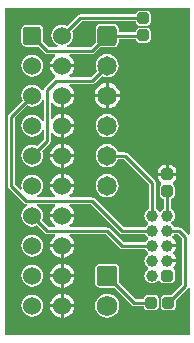
<source format=gbl>
G04 Layer_Physical_Order=2*
G04 Layer_Color=16711680*
%FSLAX25Y25*%
%MOIN*%
G70*
G01*
G75*
%ADD10C,0.01000*%
%ADD11C,0.06800*%
G04:AMPARAMS|DCode=12|XSize=68mil|YSize=68mil|CornerRadius=10.2mil|HoleSize=0mil|Usage=FLASHONLY|Rotation=180.000|XOffset=0mil|YOffset=0mil|HoleType=Round|Shape=RoundedRectangle|*
%AMROUNDEDRECTD12*
21,1,0.06800,0.04760,0,0,180.0*
21,1,0.04760,0.06800,0,0,180.0*
1,1,0.02040,-0.02380,0.02380*
1,1,0.02040,0.02380,0.02380*
1,1,0.02040,0.02380,-0.02380*
1,1,0.02040,-0.02380,-0.02380*
%
%ADD12ROUNDEDRECTD12*%
%ADD13C,0.06000*%
G04:AMPARAMS|DCode=14|XSize=60mil|YSize=60mil|CornerRadius=9mil|HoleSize=0mil|Usage=FLASHONLY|Rotation=270.000|XOffset=0mil|YOffset=0mil|HoleType=Round|Shape=RoundedRectangle|*
%AMROUNDEDRECTD14*
21,1,0.06000,0.04200,0,0,270.0*
21,1,0.04200,0.06000,0,0,270.0*
1,1,0.01800,-0.02100,-0.02100*
1,1,0.01800,-0.02100,0.02100*
1,1,0.01800,0.02100,0.02100*
1,1,0.01800,0.02100,-0.02100*
%
%ADD14ROUNDEDRECTD14*%
G04:AMPARAMS|DCode=15|XSize=39.37mil|YSize=39.37mil|CornerRadius=9.84mil|HoleSize=0mil|Usage=FLASHONLY|Rotation=90.000|XOffset=0mil|YOffset=0mil|HoleType=Round|Shape=RoundedRectangle|*
%AMROUNDEDRECTD15*
21,1,0.03937,0.01968,0,0,90.0*
21,1,0.01968,0.03937,0,0,90.0*
1,1,0.01968,0.00984,0.00984*
1,1,0.01968,0.00984,-0.00984*
1,1,0.01968,-0.00984,-0.00984*
1,1,0.01968,-0.00984,0.00984*
%
%ADD15ROUNDEDRECTD15*%
%ADD16C,0.03937*%
%ADD17C,0.06500*%
G04:AMPARAMS|DCode=18|XSize=65mil|YSize=65mil|CornerRadius=9.75mil|HoleSize=0mil|Usage=FLASHONLY|Rotation=180.000|XOffset=0mil|YOffset=0mil|HoleType=Round|Shape=RoundedRectangle|*
%AMROUNDEDRECTD18*
21,1,0.06500,0.04550,0,0,180.0*
21,1,0.04550,0.06500,0,0,180.0*
1,1,0.01950,-0.02275,0.02275*
1,1,0.01950,0.02275,0.02275*
1,1,0.01950,0.02275,-0.02275*
1,1,0.01950,-0.02275,-0.02275*
%
%ADD18ROUNDEDRECTD18*%
G04:AMPARAMS|DCode=19|XSize=37.4mil|YSize=37.4mil|CornerRadius=5.61mil|HoleSize=0mil|Usage=FLASHONLY|Rotation=270.000|XOffset=0mil|YOffset=0mil|HoleType=Round|Shape=RoundedRectangle|*
%AMROUNDEDRECTD19*
21,1,0.03740,0.02618,0,0,270.0*
21,1,0.02618,0.03740,0,0,270.0*
1,1,0.01122,-0.01309,-0.01309*
1,1,0.01122,-0.01309,0.01309*
1,1,0.01122,0.01309,0.01309*
1,1,0.01122,0.01309,-0.01309*
%
%ADD19ROUNDEDRECTD19*%
G04:AMPARAMS|DCode=20|XSize=37.4mil|YSize=37.4mil|CornerRadius=5.61mil|HoleSize=0mil|Usage=FLASHONLY|Rotation=180.000|XOffset=0mil|YOffset=0mil|HoleType=Round|Shape=RoundedRectangle|*
%AMROUNDEDRECTD20*
21,1,0.03740,0.02618,0,0,180.0*
21,1,0.02618,0.03740,0,0,180.0*
1,1,0.01122,-0.01309,0.01309*
1,1,0.01122,0.01309,0.01309*
1,1,0.01122,0.01309,-0.01309*
1,1,0.01122,-0.01309,-0.01309*
%
%ADD20ROUNDEDRECTD20*%
G36*
X52487Y-66165D02*
X51887Y-66347D01*
X51793Y-66207D01*
X51793Y-66207D01*
X49793Y-64207D01*
X49429Y-63964D01*
X49000Y-63878D01*
X49000Y-63878D01*
X47316D01*
X47244Y-63705D01*
X46832Y-63168D01*
X46411Y-62845D01*
X46354Y-62550D01*
Y-62450D01*
X46411Y-62155D01*
X46832Y-61832D01*
X47244Y-61295D01*
X47502Y-60671D01*
X47591Y-60000D01*
X47502Y-59329D01*
X47244Y-58705D01*
X46832Y-58168D01*
X46295Y-57756D01*
X46122Y-57684D01*
Y-54347D01*
X46309D01*
X46762Y-54257D01*
X47146Y-54001D01*
X47403Y-53616D01*
X47493Y-53163D01*
Y-50545D01*
X47403Y-50092D01*
X47146Y-49708D01*
X46896Y-49541D01*
X46916Y-48999D01*
X46917Y-48992D01*
X46945Y-48907D01*
X47434Y-48580D01*
X47780Y-48064D01*
X47901Y-47455D01*
Y-46646D01*
X45000D01*
X42099D01*
Y-47455D01*
X42221Y-48064D01*
X42566Y-48580D01*
X43055Y-48907D01*
X43083Y-48992D01*
X43084Y-48999D01*
X43104Y-49541D01*
X42854Y-49708D01*
X42597Y-50092D01*
X42507Y-50545D01*
Y-53163D01*
X42597Y-53616D01*
X42854Y-54001D01*
X43238Y-54257D01*
X43691Y-54347D01*
X43878D01*
Y-57684D01*
X43705Y-57756D01*
X43168Y-58168D01*
X42845Y-58589D01*
X42550Y-58646D01*
X42450D01*
X42155Y-58589D01*
X41832Y-58168D01*
X41295Y-57756D01*
X41122Y-57684D01*
Y-49000D01*
X41036Y-48571D01*
X40793Y-48207D01*
X40793Y-48207D01*
X31793Y-39207D01*
X31429Y-38964D01*
X31000Y-38878D01*
X31000Y-38878D01*
X28703D01*
X28363Y-38058D01*
X27746Y-37254D01*
X26942Y-36637D01*
X26005Y-36249D01*
X25000Y-36117D01*
X23995Y-36249D01*
X23058Y-36637D01*
X22254Y-37254D01*
X21637Y-38058D01*
X21249Y-38995D01*
X21117Y-40000D01*
X21249Y-41005D01*
X21637Y-41942D01*
X22254Y-42746D01*
X23058Y-43363D01*
X23995Y-43751D01*
X25000Y-43883D01*
X26005Y-43751D01*
X26942Y-43363D01*
X27746Y-42746D01*
X28363Y-41942D01*
X28703Y-41122D01*
X30535D01*
X38878Y-49465D01*
Y-57684D01*
X38705Y-57756D01*
X38168Y-58168D01*
X37756Y-58705D01*
X37498Y-59329D01*
X37409Y-60000D01*
X37498Y-60671D01*
X37756Y-61295D01*
X38168Y-61832D01*
X38589Y-62155D01*
X38646Y-62450D01*
Y-62550D01*
X38589Y-62845D01*
X38168Y-63168D01*
X37756Y-63705D01*
X37684Y-63878D01*
X30465D01*
X20793Y-54207D01*
X20429Y-53964D01*
X20000Y-53878D01*
X20000Y-53878D01*
X12502D01*
X12298Y-53278D01*
X12853Y-52853D01*
X13494Y-52017D01*
X13897Y-51044D01*
X13969Y-50500D01*
X10000D01*
Y-50000D01*
D01*
Y-50500D01*
X6031D01*
X6103Y-51044D01*
X6506Y-52017D01*
X7147Y-52853D01*
X7702Y-53278D01*
X7498Y-53878D01*
X1612D01*
X1492Y-53278D01*
X1815Y-53145D01*
X2568Y-52568D01*
X3145Y-51815D01*
X3507Y-50940D01*
X3631Y-50000D01*
X3507Y-49060D01*
X3145Y-48184D01*
X2568Y-47433D01*
X1815Y-46855D01*
X940Y-46493D01*
X0Y-46369D01*
X-940Y-46493D01*
X-1815Y-46855D01*
X-2568Y-47433D01*
X-3145Y-48184D01*
X-3507Y-49060D01*
X-3631Y-50000D01*
X-3507Y-50940D01*
X-3424Y-51142D01*
X-3932Y-51481D01*
X-5878Y-49535D01*
Y-27465D01*
X-1634Y-23220D01*
X-940Y-23507D01*
X0Y-23631D01*
X940Y-23507D01*
X1815Y-23145D01*
X2568Y-22568D01*
X3145Y-21815D01*
X3278Y-21492D01*
X3878Y-21612D01*
Y-28388D01*
X3278Y-28508D01*
X3145Y-28185D01*
X2568Y-27433D01*
X1815Y-26855D01*
X940Y-26493D01*
X0Y-26369D01*
X-940Y-26493D01*
X-1815Y-26855D01*
X-2568Y-27433D01*
X-3145Y-28185D01*
X-3507Y-29060D01*
X-3631Y-30000D01*
X-3507Y-30940D01*
X-3145Y-31815D01*
X-2568Y-32568D01*
X-1815Y-33145D01*
X-940Y-33507D01*
X0Y-33631D01*
X940Y-33507D01*
X1815Y-33145D01*
X2568Y-32568D01*
X3145Y-31815D01*
X3278Y-31492D01*
X3878Y-31612D01*
Y-34535D01*
X1634Y-36780D01*
X940Y-36493D01*
X0Y-36369D01*
X-940Y-36493D01*
X-1815Y-36855D01*
X-2568Y-37433D01*
X-3145Y-38184D01*
X-3507Y-39060D01*
X-3631Y-40000D01*
X-3507Y-40940D01*
X-3145Y-41816D01*
X-2568Y-42568D01*
X-1815Y-43145D01*
X-940Y-43507D01*
X0Y-43631D01*
X940Y-43507D01*
X1815Y-43145D01*
X2568Y-42568D01*
X3145Y-41816D01*
X3507Y-40940D01*
X3631Y-40000D01*
X3507Y-39060D01*
X3220Y-38366D01*
X5793Y-35793D01*
X5793Y-35793D01*
X6036Y-35429D01*
X6122Y-35000D01*
X6121Y-35000D01*
Y-32502D01*
X6722Y-32298D01*
X7147Y-32853D01*
X7983Y-33494D01*
X8956Y-33897D01*
X9500Y-33969D01*
Y-30000D01*
Y-26031D01*
X8956Y-26103D01*
X7983Y-26506D01*
X7147Y-27147D01*
X6722Y-27702D01*
X6121Y-27498D01*
Y-22502D01*
X6722Y-22298D01*
X7147Y-22853D01*
X7983Y-23494D01*
X8956Y-23897D01*
X9500Y-23969D01*
Y-20000D01*
X10000D01*
Y-19500D01*
X13969D01*
X13897Y-18956D01*
X13494Y-17983D01*
X12853Y-17147D01*
X12298Y-16722D01*
X12502Y-16122D01*
X20000D01*
X20000Y-16122D01*
X20429Y-16036D01*
X20793Y-15793D01*
X23175Y-13411D01*
X23995Y-13751D01*
X25000Y-13883D01*
X26005Y-13751D01*
X26942Y-13363D01*
X27746Y-12746D01*
X28363Y-11942D01*
X28751Y-11005D01*
X28883Y-10000D01*
X28751Y-8995D01*
X28363Y-8058D01*
X27746Y-7254D01*
X26942Y-6637D01*
X26005Y-6249D01*
X25000Y-6117D01*
X23995Y-6249D01*
X23058Y-6637D01*
X22254Y-7254D01*
X21637Y-8058D01*
X21249Y-8995D01*
X21117Y-10000D01*
X21249Y-11005D01*
X21589Y-11825D01*
X19535Y-13879D01*
X12502D01*
X12298Y-13279D01*
X12853Y-12853D01*
X13494Y-12017D01*
X13897Y-11044D01*
X13969Y-10500D01*
X10000D01*
X6031D01*
X6103Y-11044D01*
X6506Y-12017D01*
X7147Y-12853D01*
X7751Y-13316D01*
X7602Y-13958D01*
X7571Y-13964D01*
X7207Y-14207D01*
X4207Y-17207D01*
X3964Y-17571D01*
X3878Y-18000D01*
X3773Y-18135D01*
X3496Y-18157D01*
X3059Y-18073D01*
X2568Y-17433D01*
X1815Y-16855D01*
X940Y-16493D01*
X0Y-16369D01*
X-940Y-16493D01*
X-1815Y-16855D01*
X-2568Y-17433D01*
X-3145Y-18184D01*
X-3507Y-19060D01*
X-3631Y-20000D01*
X-3507Y-20940D01*
X-3220Y-21634D01*
X-7793Y-26207D01*
X-8036Y-26571D01*
X-8122Y-27000D01*
X-8122Y-27000D01*
Y-50000D01*
X-8122Y-50000D01*
X-8036Y-50429D01*
X-7793Y-50793D01*
X-2793Y-55793D01*
X-2793Y-55793D01*
X-2429Y-56036D01*
X-2000Y-56122D01*
X-1866Y-56227D01*
X-1843Y-56504D01*
X-1927Y-56941D01*
X-2568Y-57432D01*
X-3145Y-58184D01*
X-3507Y-59060D01*
X-3631Y-60000D01*
X-3507Y-60940D01*
X-3145Y-61816D01*
X-2568Y-62568D01*
X-1815Y-63145D01*
X-940Y-63507D01*
X0Y-63631D01*
X940Y-63507D01*
X1634Y-63220D01*
X4207Y-65793D01*
X4207Y-65793D01*
X4571Y-66036D01*
X5000Y-66122D01*
X5000Y-66122D01*
X7498D01*
X7702Y-66722D01*
X7147Y-67147D01*
X6506Y-67983D01*
X6103Y-68956D01*
X6031Y-69500D01*
X10000D01*
Y-70000D01*
D01*
Y-69500D01*
X13969D01*
X13897Y-68956D01*
X13494Y-67983D01*
X12853Y-67147D01*
X12298Y-66722D01*
X12502Y-66122D01*
X24535D01*
X29207Y-70793D01*
X29207Y-70793D01*
X29571Y-71036D01*
X30000Y-71122D01*
X30000Y-71122D01*
X37684D01*
X37756Y-71295D01*
X38168Y-71832D01*
X38589Y-72155D01*
X38646Y-72450D01*
Y-72550D01*
X38589Y-72845D01*
X38168Y-73168D01*
X37756Y-73705D01*
X37498Y-74330D01*
X37409Y-75000D01*
X37498Y-75670D01*
X37756Y-76295D01*
X38168Y-76832D01*
X38589Y-77155D01*
X38646Y-77450D01*
Y-77550D01*
X38589Y-77845D01*
X38168Y-78168D01*
X37756Y-78705D01*
X37498Y-79330D01*
X37409Y-80000D01*
X37498Y-80670D01*
X37756Y-81295D01*
X38168Y-81832D01*
X38705Y-82244D01*
X39329Y-82502D01*
X40000Y-82591D01*
X40670Y-82502D01*
X41295Y-82244D01*
X41832Y-81832D01*
X41932Y-81702D01*
X42091Y-81675D01*
X42636Y-81770D01*
X42874Y-82126D01*
X43398Y-82477D01*
X44016Y-82600D01*
X45984D01*
X46602Y-82477D01*
X47126Y-82126D01*
X47477Y-81602D01*
X47600Y-80984D01*
Y-79016D01*
X47477Y-78398D01*
X47126Y-77874D01*
X47121Y-77870D01*
X47097Y-77132D01*
X47117Y-77117D01*
X47593Y-76497D01*
X47892Y-75775D01*
X47928Y-75500D01*
X45000D01*
Y-74500D01*
X47928D01*
X47892Y-74225D01*
X47593Y-73503D01*
X47117Y-72883D01*
X47009Y-72800D01*
Y-72200D01*
X47117Y-72117D01*
X47593Y-71497D01*
X47892Y-70775D01*
X47928Y-70500D01*
X45000D01*
Y-69500D01*
X47928D01*
X47892Y-69225D01*
X47593Y-68503D01*
X47117Y-67883D01*
X46782Y-67626D01*
X46745Y-66917D01*
X46761Y-66887D01*
X46832Y-66832D01*
X47244Y-66295D01*
X47316Y-66122D01*
X48535D01*
X49878Y-67465D01*
Y-82890D01*
X46261Y-86507D01*
X44045D01*
X43592Y-86597D01*
X43208Y-86854D01*
X42952Y-87238D01*
X42862Y-87691D01*
Y-90309D01*
X42952Y-90762D01*
X43208Y-91146D01*
X43592Y-91403D01*
X44045Y-91493D01*
X46663D01*
X47116Y-91403D01*
X47500Y-91146D01*
X47757Y-90762D01*
X47847Y-90309D01*
Y-88093D01*
X51793Y-84147D01*
X51793Y-84147D01*
X51887Y-84007D01*
X52487Y-84189D01*
Y-99731D01*
X-9180D01*
Y9180D01*
X52487D01*
Y-66165D01*
D02*
G37*
G36*
X29207Y-65793D02*
X29207Y-65793D01*
X29571Y-66036D01*
X30000Y-66122D01*
X30000Y-66122D01*
X37684D01*
X37756Y-66295D01*
X38168Y-66832D01*
X38589Y-67155D01*
X38646Y-67450D01*
Y-67550D01*
X38589Y-67845D01*
X38168Y-68168D01*
X37756Y-68705D01*
X37684Y-68878D01*
X30465D01*
X25793Y-64207D01*
X25429Y-63964D01*
X25000Y-63878D01*
X25000Y-63878D01*
X12502D01*
X12298Y-63278D01*
X12853Y-62853D01*
X13494Y-62017D01*
X13897Y-61044D01*
X13969Y-60500D01*
X10000D01*
X6031D01*
X6103Y-61044D01*
X6506Y-62017D01*
X7147Y-62853D01*
X7702Y-63278D01*
X7498Y-63878D01*
X5465D01*
X3220Y-61634D01*
X3507Y-60940D01*
X3631Y-60000D01*
X3507Y-59060D01*
X3145Y-58184D01*
X2568Y-57432D01*
X1815Y-56855D01*
X1492Y-56722D01*
X1612Y-56122D01*
X7498D01*
X7702Y-56722D01*
X7147Y-57147D01*
X6506Y-57983D01*
X6103Y-58956D01*
X6031Y-59500D01*
X10000D01*
X13969D01*
X13897Y-58956D01*
X13494Y-57983D01*
X12853Y-57147D01*
X12298Y-56722D01*
X12502Y-56122D01*
X19535D01*
X29207Y-65793D01*
D02*
G37*
%LPC*%
G36*
X10500Y-76031D02*
Y-79500D01*
X13969D01*
X13897Y-78956D01*
X13494Y-77983D01*
X12853Y-77147D01*
X12017Y-76506D01*
X11044Y-76103D01*
X10500Y-76031D01*
D02*
G37*
G36*
X9500D02*
X8956Y-76103D01*
X7983Y-76506D01*
X7147Y-77147D01*
X6506Y-77983D01*
X6103Y-78956D01*
X6031Y-79500D01*
X9500D01*
Y-76031D01*
D02*
G37*
G36*
X0Y-76369D02*
X-940Y-76493D01*
X-1815Y-76855D01*
X-2568Y-77432D01*
X-3145Y-78184D01*
X-3507Y-79060D01*
X-3631Y-80000D01*
X-3507Y-80940D01*
X-3145Y-81815D01*
X-2568Y-82568D01*
X-1815Y-83145D01*
X-940Y-83507D01*
X0Y-83631D01*
X940Y-83507D01*
X1815Y-83145D01*
X2568Y-82568D01*
X3145Y-81815D01*
X3507Y-80940D01*
X3631Y-80000D01*
X3507Y-79060D01*
X3145Y-78184D01*
X2568Y-77432D01*
X1815Y-76855D01*
X940Y-76493D01*
X0Y-76369D01*
D02*
G37*
G36*
X9500Y-70500D02*
X6031D01*
X6103Y-71044D01*
X6506Y-72017D01*
X7147Y-72853D01*
X7983Y-73494D01*
X8956Y-73897D01*
X9500Y-73969D01*
Y-70500D01*
D02*
G37*
G36*
X25000Y-46117D02*
X23995Y-46249D01*
X23058Y-46637D01*
X22254Y-47254D01*
X21637Y-48058D01*
X21249Y-48995D01*
X21117Y-50000D01*
X21249Y-51005D01*
X21637Y-51942D01*
X22254Y-52746D01*
X23058Y-53363D01*
X23995Y-53751D01*
X25000Y-53883D01*
X26005Y-53751D01*
X26942Y-53363D01*
X27746Y-52746D01*
X28363Y-51942D01*
X28751Y-51005D01*
X28883Y-50000D01*
X28751Y-48995D01*
X28363Y-48058D01*
X27746Y-47254D01*
X26942Y-46637D01*
X26005Y-46249D01*
X25000Y-46117D01*
D02*
G37*
G36*
X0Y-66369D02*
X-940Y-66493D01*
X-1815Y-66855D01*
X-2568Y-67432D01*
X-3145Y-68185D01*
X-3507Y-69060D01*
X-3631Y-70000D01*
X-3507Y-70940D01*
X-3145Y-71816D01*
X-2568Y-72568D01*
X-1815Y-73145D01*
X-940Y-73507D01*
X0Y-73631D01*
X940Y-73507D01*
X1815Y-73145D01*
X2568Y-72568D01*
X3145Y-71816D01*
X3507Y-70940D01*
X3631Y-70000D01*
X3507Y-69060D01*
X3145Y-68185D01*
X2568Y-67432D01*
X1815Y-66855D01*
X940Y-66493D01*
X0Y-66369D01*
D02*
G37*
G36*
X13969Y-70500D02*
X10500D01*
Y-73969D01*
X11044Y-73897D01*
X12017Y-73494D01*
X12853Y-72853D01*
X13494Y-72017D01*
X13897Y-71044D01*
X13969Y-70500D01*
D02*
G37*
G36*
Y-80500D02*
X10500D01*
Y-83969D01*
X11044Y-83897D01*
X12017Y-83494D01*
X12853Y-82853D01*
X13494Y-82017D01*
X13897Y-81044D01*
X13969Y-80500D01*
D02*
G37*
G36*
Y-90500D02*
X10500D01*
Y-93969D01*
X11044Y-93897D01*
X12017Y-93494D01*
X12853Y-92853D01*
X13494Y-92017D01*
X13897Y-91044D01*
X13969Y-90500D01*
D02*
G37*
G36*
X0Y-86369D02*
X-940Y-86493D01*
X-1815Y-86855D01*
X-2568Y-87432D01*
X-3145Y-88184D01*
X-3507Y-89060D01*
X-3631Y-90000D01*
X-3507Y-90940D01*
X-3145Y-91816D01*
X-2568Y-92568D01*
X-1815Y-93145D01*
X-940Y-93507D01*
X0Y-93631D01*
X940Y-93507D01*
X1815Y-93145D01*
X2568Y-92568D01*
X3145Y-91816D01*
X3507Y-90940D01*
X3631Y-90000D01*
X3507Y-89060D01*
X3145Y-88184D01*
X2568Y-87432D01*
X1815Y-86855D01*
X940Y-86493D01*
X0Y-86369D01*
D02*
G37*
G36*
X25000Y-85966D02*
X23956Y-86103D01*
X22983Y-86506D01*
X22147Y-87147D01*
X21506Y-87983D01*
X21103Y-88956D01*
X20966Y-90000D01*
X21103Y-91044D01*
X21506Y-92017D01*
X22147Y-92853D01*
X22983Y-93494D01*
X23956Y-93897D01*
X25000Y-94034D01*
X26044Y-93897D01*
X27017Y-93494D01*
X27853Y-92853D01*
X28494Y-92017D01*
X28897Y-91044D01*
X29035Y-90000D01*
X28897Y-88956D01*
X28494Y-87983D01*
X27853Y-87147D01*
X27017Y-86506D01*
X26044Y-86103D01*
X25000Y-85966D01*
D02*
G37*
G36*
X9500Y-90500D02*
X6031D01*
X6103Y-91044D01*
X6506Y-92017D01*
X7147Y-92853D01*
X7983Y-93494D01*
X8956Y-93897D01*
X9500Y-93969D01*
Y-90500D01*
D02*
G37*
G36*
X10500Y-86031D02*
Y-89500D01*
X13969D01*
X13897Y-88956D01*
X13494Y-87983D01*
X12853Y-87147D01*
X12017Y-86506D01*
X11044Y-86103D01*
X10500Y-86031D01*
D02*
G37*
G36*
X9500Y-80500D02*
X6031D01*
X6103Y-81044D01*
X6506Y-82017D01*
X7147Y-82853D01*
X7983Y-83494D01*
X8956Y-83897D01*
X9500Y-83969D01*
Y-80500D01*
D02*
G37*
G36*
X27380Y-75968D02*
X22620D01*
X21988Y-76094D01*
X21452Y-76452D01*
X21094Y-76988D01*
X20968Y-77620D01*
Y-82380D01*
X21094Y-83012D01*
X21452Y-83548D01*
X21988Y-83906D01*
X22620Y-84032D01*
X27380D01*
X27435Y-84021D01*
X33207Y-89793D01*
X33207Y-89793D01*
X33571Y-90036D01*
X34000Y-90122D01*
X37153D01*
Y-90309D01*
X37243Y-90762D01*
X37499Y-91146D01*
X37884Y-91403D01*
X38337Y-91493D01*
X40955D01*
X41408Y-91403D01*
X41792Y-91146D01*
X42048Y-90762D01*
X42138Y-90309D01*
Y-87691D01*
X42048Y-87238D01*
X41792Y-86854D01*
X41408Y-86597D01*
X40955Y-86507D01*
X38337D01*
X37884Y-86597D01*
X37499Y-86854D01*
X37243Y-87238D01*
X37153Y-87691D01*
Y-87878D01*
X34465D01*
X29021Y-82435D01*
X29032Y-82380D01*
Y-77620D01*
X28906Y-76988D01*
X28548Y-76452D01*
X28012Y-76094D01*
X27380Y-75968D01*
D02*
G37*
G36*
X9500Y-86031D02*
X8956Y-86103D01*
X7983Y-86506D01*
X7147Y-87147D01*
X6506Y-87983D01*
X6103Y-88956D01*
X6031Y-89500D01*
X9500D01*
Y-86031D01*
D02*
G37*
G36*
Y-46031D02*
X8956Y-46103D01*
X7983Y-46506D01*
X7147Y-47147D01*
X6506Y-47983D01*
X6103Y-48956D01*
X6031Y-49500D01*
X9500D01*
Y-46031D01*
D02*
G37*
G36*
X29221Y-20500D02*
X25500D01*
Y-24221D01*
X26109Y-24141D01*
X27143Y-23712D01*
X28031Y-23031D01*
X28712Y-22143D01*
X29141Y-21110D01*
X29221Y-20500D01*
D02*
G37*
G36*
X13969D02*
X10500D01*
Y-23969D01*
X11044Y-23897D01*
X12017Y-23494D01*
X12853Y-22853D01*
X13494Y-22017D01*
X13897Y-21044D01*
X13969Y-20500D01*
D02*
G37*
G36*
X10500Y-26031D02*
Y-29500D01*
X13969D01*
X13897Y-28956D01*
X13494Y-27983D01*
X12853Y-27147D01*
X12017Y-26506D01*
X11044Y-26103D01*
X10500Y-26031D01*
D02*
G37*
G36*
X24500Y-20500D02*
X20779D01*
X20859Y-21110D01*
X21288Y-22143D01*
X21969Y-23031D01*
X22857Y-23712D01*
X23890Y-24141D01*
X24500Y-24221D01*
Y-20500D01*
D02*
G37*
G36*
X0Y-6369D02*
X-940Y-6493D01*
X-1815Y-6855D01*
X-2568Y-7433D01*
X-3145Y-8185D01*
X-3507Y-9060D01*
X-3631Y-10000D01*
X-3507Y-10940D01*
X-3145Y-11816D01*
X-2568Y-12567D01*
X-1815Y-13145D01*
X-940Y-13507D01*
X0Y-13631D01*
X940Y-13507D01*
X1815Y-13145D01*
X2568Y-12567D01*
X3145Y-11816D01*
X3507Y-10940D01*
X3631Y-10000D01*
X3507Y-9060D01*
X3145Y-8185D01*
X2568Y-7433D01*
X1815Y-6855D01*
X940Y-6493D01*
X0Y-6369D01*
D02*
G37*
G36*
X38309Y8347D02*
X35691D01*
X35238Y8257D01*
X34854Y8000D01*
X34597Y7616D01*
X34507Y7163D01*
Y7122D01*
X16000D01*
X16000Y7122D01*
X15571Y7036D01*
X15207Y6793D01*
X15207Y6793D01*
X11634Y3220D01*
X10940Y3507D01*
X10000Y3631D01*
X9060Y3507D01*
X8185Y3145D01*
X7433Y2568D01*
X6855Y1815D01*
X6493Y940D01*
X6369Y0D01*
X6493Y-940D01*
X6855Y-1815D01*
X7433Y-2568D01*
X8185Y-3145D01*
X8508Y-3278D01*
X8388Y-3878D01*
X5465D01*
X3629Y-2043D01*
Y2100D01*
X3513Y2685D01*
X3181Y3181D01*
X2685Y3513D01*
X2100Y3629D01*
X-2100D01*
X-2685Y3513D01*
X-3181Y3181D01*
X-3513Y2685D01*
X-3629Y2100D01*
Y-2100D01*
X-3513Y-2685D01*
X-3181Y-3181D01*
X-2685Y-3513D01*
X-2100Y-3629D01*
X2043D01*
X4207Y-5793D01*
X4207Y-5793D01*
X4571Y-6036D01*
X5000Y-6122D01*
X5000Y-6121D01*
X7498D01*
X7702Y-6722D01*
X7147Y-7147D01*
X6506Y-7983D01*
X6103Y-8956D01*
X6031Y-9500D01*
X10000D01*
X13969D01*
X13897Y-8956D01*
X13494Y-7983D01*
X12853Y-7147D01*
X12298Y-6722D01*
X12502Y-6121D01*
X20000D01*
X20000Y-6122D01*
X20429Y-6036D01*
X20793Y-5793D01*
X22708Y-3878D01*
X22725Y-3881D01*
X27275D01*
X27889Y-3759D01*
X28411Y-3410D01*
X28759Y-2889D01*
X28881Y-2275D01*
Y-1122D01*
X34507D01*
Y-1163D01*
X34597Y-1616D01*
X34854Y-2000D01*
X35238Y-2257D01*
X35691Y-2347D01*
X38309D01*
X38762Y-2257D01*
X39146Y-2000D01*
X39403Y-1616D01*
X39493Y-1163D01*
Y1455D01*
X39403Y1908D01*
X39146Y2292D01*
X38762Y2548D01*
X38309Y2638D01*
X35691D01*
X35238Y2548D01*
X34854Y2292D01*
X34597Y1908D01*
X34507Y1455D01*
Y1122D01*
X28881D01*
Y2275D01*
X28759Y2889D01*
X28411Y3410D01*
X27889Y3759D01*
X27275Y3881D01*
X22725D01*
X22110Y3759D01*
X21589Y3410D01*
X21241Y2889D01*
X21119Y2275D01*
Y-2275D01*
X21122Y-2292D01*
X19535Y-3878D01*
X11612D01*
X11492Y-3278D01*
X11816Y-3145D01*
X12567Y-2568D01*
X13145Y-1815D01*
X13507Y-940D01*
X13631Y0D01*
X13507Y940D01*
X13220Y1634D01*
X16465Y4879D01*
X34507D01*
Y4545D01*
X34597Y4092D01*
X34854Y3708D01*
X35238Y3452D01*
X35691Y3362D01*
X38309D01*
X38762Y3452D01*
X39146Y3708D01*
X39403Y4092D01*
X39493Y4545D01*
Y7163D01*
X39403Y7616D01*
X39146Y8000D01*
X38762Y8257D01*
X38309Y8347D01*
D02*
G37*
G36*
X24500Y-15779D02*
X23890Y-15859D01*
X22857Y-16288D01*
X21969Y-16969D01*
X21288Y-17857D01*
X20859Y-18891D01*
X20779Y-19500D01*
X24500D01*
Y-15779D01*
D02*
G37*
G36*
X25500D02*
Y-19500D01*
X29221D01*
X29141Y-18891D01*
X28712Y-17857D01*
X28031Y-16969D01*
X27143Y-16288D01*
X26109Y-15859D01*
X25500Y-15779D01*
D02*
G37*
G36*
X25000Y-26117D02*
X23995Y-26249D01*
X23058Y-26637D01*
X22254Y-27254D01*
X21637Y-28058D01*
X21249Y-28995D01*
X21117Y-30000D01*
X21249Y-31005D01*
X21637Y-31942D01*
X22254Y-32746D01*
X23058Y-33363D01*
X23995Y-33751D01*
X25000Y-33883D01*
X26005Y-33751D01*
X26942Y-33363D01*
X27746Y-32746D01*
X28363Y-31942D01*
X28751Y-31005D01*
X28883Y-30000D01*
X28751Y-28995D01*
X28363Y-28058D01*
X27746Y-27254D01*
X26942Y-26637D01*
X26005Y-26249D01*
X25000Y-26117D01*
D02*
G37*
G36*
X46309Y-43245D02*
X45500D01*
Y-45646D01*
X47901D01*
Y-44837D01*
X47780Y-44227D01*
X47434Y-43711D01*
X46918Y-43366D01*
X46309Y-43245D01*
D02*
G37*
G36*
X9500Y-40500D02*
X6031D01*
X6103Y-41044D01*
X6506Y-42017D01*
X7147Y-42853D01*
X7983Y-43494D01*
X8956Y-43897D01*
X9500Y-43969D01*
Y-40500D01*
D02*
G37*
G36*
X10500Y-46031D02*
Y-49500D01*
X13969D01*
X13897Y-48956D01*
X13494Y-47983D01*
X12853Y-47147D01*
X12017Y-46506D01*
X11044Y-46103D01*
X10500Y-46031D01*
D02*
G37*
G36*
X44500Y-43245D02*
X43691D01*
X43082Y-43366D01*
X42566Y-43711D01*
X42221Y-44227D01*
X42099Y-44837D01*
Y-45646D01*
X44500D01*
Y-43245D01*
D02*
G37*
G36*
X10500Y-36031D02*
Y-39500D01*
X13969D01*
X13897Y-38956D01*
X13494Y-37983D01*
X12853Y-37147D01*
X12017Y-36506D01*
X11044Y-36103D01*
X10500Y-36031D01*
D02*
G37*
G36*
X13969Y-30500D02*
X10500D01*
Y-33969D01*
X11044Y-33897D01*
X12017Y-33494D01*
X12853Y-32853D01*
X13494Y-32017D01*
X13897Y-31044D01*
X13969Y-30500D01*
D02*
G37*
G36*
Y-40500D02*
X10500D01*
Y-43969D01*
X11044Y-43897D01*
X12017Y-43494D01*
X12853Y-42853D01*
X13494Y-42017D01*
X13897Y-41044D01*
X13969Y-40500D01*
D02*
G37*
G36*
X9500Y-36031D02*
X8956Y-36103D01*
X7983Y-36506D01*
X7147Y-37147D01*
X6506Y-37983D01*
X6103Y-38956D01*
X6031Y-39500D01*
X9500D01*
Y-36031D01*
D02*
G37*
%LPD*%
D10*
X-7000Y-27000D02*
X0Y-20000D01*
X-7000Y-50000D02*
Y-27000D01*
Y-50000D02*
X-2000Y-55000D01*
X49000Y-65000D02*
X51000Y-67000D01*
X45000Y-65000D02*
X49000D01*
X30000D02*
X40000D01*
X20000Y-55000D02*
X30000Y-65000D01*
X-2000Y-55000D02*
X20000D01*
X30000Y-70000D02*
X40000D01*
X25000Y-65000D02*
X30000Y-70000D01*
X5000Y-65000D02*
X25000D01*
X0Y-60000D02*
X5000Y-65000D01*
X40000Y-60000D02*
Y-49000D01*
X31000Y-40000D02*
X40000Y-49000D01*
X25000Y-40000D02*
X31000D01*
X20000Y-15000D02*
X25000Y-10000D01*
X8000Y-15000D02*
X20000D01*
X5000Y-18000D02*
X8000Y-15000D01*
X5000Y-35000D02*
Y-18000D01*
X0Y-40000D02*
X5000Y-35000D01*
X20000Y-5000D02*
X25000Y0D01*
X5000Y-5000D02*
X20000D01*
X0Y0D02*
X5000Y-5000D01*
X36854Y0D02*
X37000Y146D01*
X25000Y0D02*
X36854D01*
X36854Y6000D02*
X37000Y5854D01*
X16000Y6000D02*
X36854D01*
X10000Y0D02*
X16000Y6000D01*
X45000Y-60000D02*
Y-51854D01*
X45354Y-89000D02*
X51000Y-83354D01*
Y-67000D01*
X34000Y-89000D02*
X39646D01*
X25000Y-80000D02*
X34000Y-89000D01*
D11*
X25000Y-90000D02*
D03*
D12*
Y-80000D02*
D03*
D13*
X10000Y-90000D02*
D03*
Y-80000D02*
D03*
Y-70000D02*
D03*
Y-60000D02*
D03*
Y-50000D02*
D03*
Y-40000D02*
D03*
Y-30000D02*
D03*
Y-20000D02*
D03*
Y-10000D02*
D03*
Y0D02*
D03*
X0Y-90000D02*
D03*
Y-80000D02*
D03*
Y-70000D02*
D03*
Y-60000D02*
D03*
Y-50000D02*
D03*
Y-40000D02*
D03*
Y-30000D02*
D03*
Y-20000D02*
D03*
Y-10000D02*
D03*
D14*
Y0D02*
D03*
D15*
X45000Y-80000D02*
D03*
D16*
X40000D02*
D03*
Y-75000D02*
D03*
X45000D02*
D03*
X40000Y-70000D02*
D03*
X45000D02*
D03*
X40000Y-65000D02*
D03*
X45000D02*
D03*
X40000Y-60000D02*
D03*
X45000D02*
D03*
D17*
X25000Y-50000D02*
D03*
Y-40000D02*
D03*
Y-10000D02*
D03*
Y-20000D02*
D03*
Y-30000D02*
D03*
D18*
Y0D02*
D03*
D19*
X45000Y-46146D02*
D03*
Y-51854D02*
D03*
X37000Y146D02*
D03*
Y5854D02*
D03*
D20*
X45354Y-89000D02*
D03*
X39646D02*
D03*
M02*

</source>
